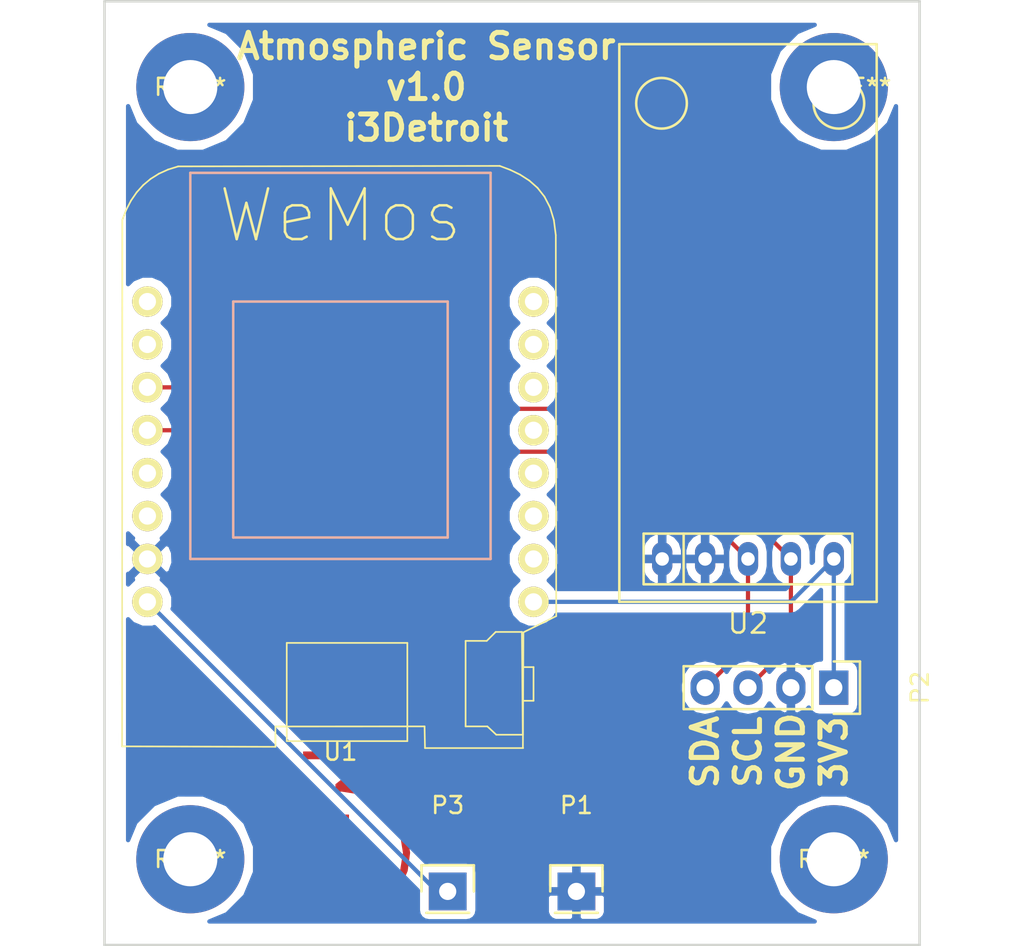
<source format=kicad_pcb>
(kicad_pcb (version 4) (host pcbnew 4.0.5+dfsg1-4)

  (general
    (links 11)
    (no_connects 0)
    (area 130.897143 55.804999 191.682858 115.141759)
    (thickness 1.6)
    (drawings 9)
    (tracks 20)
    (zones 0)
    (modules 10)
    (nets 6)
  )

  (page A4)
  (layers
    (0 F.Cu signal)
    (31 B.Cu signal)
    (32 B.Adhes user)
    (33 F.Adhes user)
    (34 B.Paste user)
    (35 F.Paste user)
    (36 B.SilkS user)
    (37 F.SilkS user)
    (38 B.Mask user)
    (39 F.Mask user)
    (40 Dwgs.User user)
    (41 Cmts.User user)
    (42 Eco1.User user)
    (43 Eco2.User user)
    (44 Edge.Cuts user)
    (45 Margin user)
    (46 B.CrtYd user)
    (47 F.CrtYd user)
    (48 B.Fab user)
    (49 F.Fab user)
  )

  (setup
    (last_trace_width 0.25)
    (trace_clearance 0.2)
    (zone_clearance 0.508)
    (zone_45_only no)
    (trace_min 0.2)
    (segment_width 0.2)
    (edge_width 0.15)
    (via_size 0.6)
    (via_drill 0.4)
    (via_min_size 0.4)
    (via_min_drill 0.3)
    (uvia_size 0.3)
    (uvia_drill 0.1)
    (uvias_allowed no)
    (uvia_min_size 0.2)
    (uvia_min_drill 0.1)
    (pcb_text_width 0.3)
    (pcb_text_size 1.5 1.5)
    (mod_edge_width 0.15)
    (mod_text_size 1 1)
    (mod_text_width 0.15)
    (pad_size 1.2 2)
    (pad_drill 0.8)
    (pad_to_mask_clearance 0.2)
    (aux_axis_origin 0 0)
    (visible_elements FFFFFF7F)
    (pcbplotparams
      (layerselection 0x010f0_80000001)
      (usegerberextensions true)
      (excludeedgelayer true)
      (linewidth 0.100000)
      (plotframeref false)
      (viasonmask false)
      (mode 1)
      (useauxorigin false)
      (hpglpennumber 1)
      (hpglpenspeed 20)
      (hpglpendiameter 15)
      (hpglpenoverlay 2)
      (psnegative false)
      (psa4output false)
      (plotreference true)
      (plotvalue true)
      (plotinvisibletext false)
      (padsonsilk false)
      (subtractmaskfromsilk false)
      (outputformat 1)
      (mirror false)
      (drillshape 0)
      (scaleselection 1)
      (outputdirectory gerber))
  )

  (net 0 "")
  (net 1 +3V3)
  (net 2 GND)
  (net 3 /SCL)
  (net 4 /SDA)
  (net 5 +5V)

  (net_class Default "This is the default net class."
    (clearance 0.2)
    (trace_width 0.25)
    (via_dia 0.6)
    (via_drill 0.4)
    (uvia_dia 0.3)
    (uvia_drill 0.1)
    (add_net +3V3)
    (add_net +5V)
    (add_net /SCL)
    (add_net /SDA)
    (add_net GND)
  )

  (module mine:BHT1750 (layer F.Cu) (tedit 5B15CE40) (tstamp 5B1606DE)
    (at 167.64 58.42)
    (tags "lux sensor, bht1750")
    (path /5B15D0A1)
    (fp_text reference U2 (at 7.62 34.29) (layer F.SilkS)
      (effects (font (size 1.2 1.2) (thickness 0.15)))
    )
    (fp_text value BHT1750 (at 7.62 16.51) (layer F.Fab)
      (effects (font (size 1.2 1.2) (thickness 0.15)))
    )
    (fp_circle (center 13 3.5) (end 13 2) (layer F.SilkS) (width 0.15))
    (fp_circle (center 2.5 3.5) (end 2.5 2) (layer F.SilkS) (width 0.15))
    (fp_line (start 0 0) (end 15.24 0) (layer F.SilkS) (width 0.15))
    (fp_line (start 15.24 0) (end 15.24 33.02) (layer F.SilkS) (width 0.15))
    (fp_line (start 15.24 33.02) (end 0 33.02) (layer F.SilkS) (width 0.15))
    (fp_line (start 0 33.02) (end 0 0) (layer F.SilkS) (width 0.15))
    (fp_line (start 1.44 28.98) (end 13.8 28.98) (layer F.SilkS) (width 0.15))
    (fp_line (start 13.8 28.98) (end 13.8 31.98) (layer F.SilkS) (width 0.15))
    (fp_line (start 13.8 31.98) (end 1.44 31.98) (layer F.SilkS) (width 0.15))
    (fp_line (start 1.44 31.98) (end 1.44 28.98) (layer F.SilkS) (width 0.15))
    (fp_line (start 3.81 28.98) (end 3.81 31.98) (layer F.SilkS) (width 0.15))
    (pad 1 thru_hole oval (at 2.54 30.48) (size 1.2 2) (drill 0.8) (layers *.Cu *.Mask)
      (net 2 GND))
    (pad 2 thru_hole oval (at 5.08 30.48) (size 1.2 2) (drill 0.8) (layers *.Cu *.Mask)
      (net 2 GND))
    (pad 3 thru_hole oval (at 7.62 30.48) (size 1.2 2) (drill 0.8) (layers *.Cu *.Mask)
      (net 4 /SDA))
    (pad 4 thru_hole oval (at 10.16 30.48) (size 1.2 2) (drill 0.8) (layers *.Cu *.Mask)
      (net 3 /SCL))
    (pad 5 thru_hole oval (at 12.7 30.48) (size 1.2 2) (drill 0.8) (layers *.Cu *.Mask)
      (net 1 +3V3))
  )

  (module wemos_d1_mini:D1_mini_board (layer F.Cu) (tedit 5B173ADC) (tstamp 5B15C3EB)
    (at 151.13 83.82)
    (path /5B15C0FC)
    (fp_text reference U1 (at 0 16.51) (layer F.SilkS)
      (effects (font (size 1 1) (thickness 0.15)))
    )
    (fp_text value WeMos_mini (at 1.27 -19.05) (layer F.Fab)
      (effects (font (size 1 1) (thickness 0.15)))
    )
    (fp_text user WeMos (at 0 -15.24) (layer F.SilkS)
      (effects (font (size 3 3) (thickness 0.15)))
    )
    (fp_line (start -6.35 3.81) (end -6.35 -10.16) (layer B.SilkS) (width 0.15))
    (fp_line (start -6.35 -10.16) (end 6.35 -10.16) (layer B.SilkS) (width 0.15))
    (fp_line (start 6.35 -10.16) (end 6.35 3.81) (layer B.SilkS) (width 0.15))
    (fp_line (start 6.35 3.81) (end -6.35 3.81) (layer B.SilkS) (width 0.15))
    (fp_line (start -8.89 5.08) (end 8.89 5.08) (layer B.SilkS) (width 0.15))
    (fp_line (start 8.89 5.08) (end 8.89 -17.78) (layer B.SilkS) (width 0.15))
    (fp_line (start 8.89 -17.78) (end -8.89 -17.78) (layer B.SilkS) (width 0.15))
    (fp_line (start -8.89 -17.78) (end -8.89 5.08) (layer B.SilkS) (width 0.15))
    (fp_line (start 10.817472 16.277228) (end 5.00618 16.277228) (layer F.SilkS) (width 0.1))
    (fp_line (start 5.00618 16.277228) (end 4.979849 14.993795) (layer F.SilkS) (width 0.1))
    (fp_line (start 4.979849 14.993795) (end -3.851373 15.000483) (layer F.SilkS) (width 0.1))
    (fp_line (start -3.851373 15.000483) (end -3.849397 16.202736) (layer F.SilkS) (width 0.1))
    (fp_line (start -3.849397 16.202736) (end -12.930193 16.176658) (layer F.SilkS) (width 0.1))
    (fp_line (start -12.930193 16.176658) (end -12.916195 -14.993493) (layer F.SilkS) (width 0.1))
    (fp_line (start -12.916195 -14.993493) (end -12.683384 -15.596286) (layer F.SilkS) (width 0.1))
    (fp_line (start -12.683384 -15.596286) (end -12.399901 -16.141167) (layer F.SilkS) (width 0.1))
    (fp_line (start -12.399901 -16.141167) (end -12.065253 -16.627577) (layer F.SilkS) (width 0.1))
    (fp_line (start -12.065253 -16.627577) (end -11.678953 -17.054952) (layer F.SilkS) (width 0.1))
    (fp_line (start -11.678953 -17.054952) (end -11.240512 -17.422741) (layer F.SilkS) (width 0.1))
    (fp_line (start -11.240512 -17.422741) (end -10.74944 -17.730377) (layer F.SilkS) (width 0.1))
    (fp_line (start -10.74944 -17.730377) (end -10.20525 -17.97731) (layer F.SilkS) (width 0.1))
    (fp_line (start -10.20525 -17.97731) (end -9.607453 -18.162976) (layer F.SilkS) (width 0.1))
    (fp_line (start -9.607453 -18.162976) (end 9.43046 -18.191734) (layer F.SilkS) (width 0.1))
    (fp_line (start 9.43046 -18.191734) (end 10.049824 -17.957741) (layer F.SilkS) (width 0.1))
    (fp_line (start 10.049824 -17.957741) (end 10.638018 -17.673258) (layer F.SilkS) (width 0.1))
    (fp_line (start 10.638018 -17.673258) (end 11.181445 -17.323743) (layer F.SilkS) (width 0.1))
    (fp_line (start 11.181445 -17.323743) (end 11.666503 -16.894658) (layer F.SilkS) (width 0.1))
    (fp_line (start 11.666503 -16.894658) (end 12.079595 -16.37146) (layer F.SilkS) (width 0.1))
    (fp_line (start 12.079595 -16.37146) (end 12.407122 -15.739613) (layer F.SilkS) (width 0.1))
    (fp_line (start 12.407122 -15.739613) (end 12.635482 -14.984575) (layer F.SilkS) (width 0.1))
    (fp_line (start 12.635482 -14.984575) (end 12.751078 -14.091807) (layer F.SilkS) (width 0.1))
    (fp_line (start 12.751078 -14.091807) (end 12.776026 8.463285) (layer F.SilkS) (width 0.1))
    (fp_line (start 12.776026 8.463285) (end 10.83248 9.424181) (layer F.SilkS) (width 0.1))
    (fp_line (start 10.83248 9.424181) (end 10.802686 16.232524) (layer F.SilkS) (width 0.1))
    (fp_line (start -3.17965 10.051451) (end 3.959931 10.051451) (layer F.SilkS) (width 0.1))
    (fp_line (start 3.959931 10.051451) (end 3.959931 15.865188) (layer F.SilkS) (width 0.1))
    (fp_line (start 3.959931 15.865188) (end -3.17965 15.865188) (layer F.SilkS) (width 0.1))
    (fp_line (start -3.17965 15.865188) (end -3.17965 10.051451) (layer F.SilkS) (width 0.1))
    (fp_line (start 10.7436 9.402349) (end 9.191378 9.402349) (layer F.SilkS) (width 0.1))
    (fp_line (start 9.191378 9.402349) (end 8.662211 9.931515) (layer F.SilkS) (width 0.1))
    (fp_line (start 8.662211 9.931515) (end 7.40985 9.931515) (layer F.SilkS) (width 0.1))
    (fp_line (start 7.40985 9.931515) (end 7.40985 14.993876) (layer F.SilkS) (width 0.1))
    (fp_line (start 7.40985 14.993876) (end 8.697489 14.993876) (layer F.SilkS) (width 0.1))
    (fp_line (start 8.697489 14.993876) (end 9.226656 15.487765) (layer F.SilkS) (width 0.1))
    (fp_line (start 9.226656 15.487765) (end 10.796517 15.487765) (layer F.SilkS) (width 0.1))
    (fp_line (start 10.796517 15.487765) (end 10.7436 9.402349) (layer F.SilkS) (width 0.1))
    (fp_line (start 10.778878 11.483738) (end 11.431517 11.483738) (layer F.SilkS) (width 0.1))
    (fp_line (start 11.431517 11.483738) (end 11.431517 13.476932) (layer F.SilkS) (width 0.1))
    (fp_line (start 11.431517 13.476932) (end 10.814156 13.476932) (layer F.SilkS) (width 0.1))
    (pad 8 thru_hole circle (at -11.43 -10.16) (size 1.8 1.8) (drill 1.016) (layers *.Cu *.Mask F.SilkS))
    (pad 7 thru_hole circle (at -11.43 -7.62) (size 1.8 1.8) (drill 1.016) (layers *.Cu *.Mask F.SilkS))
    (pad 6 thru_hole circle (at -11.43 -5.08) (size 1.8 1.8) (drill 1.016) (layers *.Cu *.Mask F.SilkS)
      (net 3 /SCL))
    (pad 5 thru_hole circle (at -11.43 -2.54) (size 1.8 1.8) (drill 1.016) (layers *.Cu *.Mask F.SilkS)
      (net 4 /SDA))
    (pad 4 thru_hole circle (at -11.43 0) (size 1.8 1.8) (drill 1.016) (layers *.Cu *.Mask F.SilkS))
    (pad 3 thru_hole circle (at -11.43 2.54) (size 1.8 1.8) (drill 1.016) (layers *.Cu *.Mask F.SilkS))
    (pad 2 thru_hole circle (at -11.43 5.08) (size 1.8 1.8) (drill 1.016) (layers *.Cu *.Mask F.SilkS)
      (net 2 GND))
    (pad 1 thru_hole circle (at -11.43 7.62) (size 1.8 1.8) (drill 1.016) (layers *.Cu *.Mask F.SilkS)
      (net 5 +5V))
    (pad 16 thru_hole circle (at 11.43 7.62) (size 1.8 1.8) (drill 1.016) (layers *.Cu *.Mask F.SilkS)
      (net 1 +3V3))
    (pad 15 thru_hole circle (at 11.43 5.08) (size 1.8 1.8) (drill 1.016) (layers *.Cu *.Mask F.SilkS))
    (pad 14 thru_hole circle (at 11.43 2.54) (size 1.8 1.8) (drill 1.016) (layers *.Cu *.Mask F.SilkS))
    (pad 13 thru_hole circle (at 11.43 0) (size 1.8 1.8) (drill 1.016) (layers *.Cu *.Mask F.SilkS))
    (pad 12 thru_hole circle (at 11.43 -2.54) (size 1.8 1.8) (drill 1.016) (layers *.Cu *.Mask F.SilkS))
    (pad 11 thru_hole circle (at 11.43 -5.08) (size 1.8 1.8) (drill 1.016) (layers *.Cu *.Mask F.SilkS))
    (pad 10 thru_hole circle (at 11.43 -7.62) (size 1.8 1.8) (drill 1.016) (layers *.Cu *.Mask F.SilkS))
    (pad 9 thru_hole circle (at 11.43 -10.16) (size 1.8 1.8) (drill 1.016) (layers *.Cu *.Mask F.SilkS))
  )

  (module i3Logo:i3Logo1cm (layer F.Cu) (tedit 5B15B3E0) (tstamp 5B15F543)
    (at 151.13 105.41)
    (descr "i3Detroit Logo 1cm")
    (tags "i3Detroit, logo, i3, 1cm")
    (attr smd)
    (fp_text reference i3Detroit (at 0 -8.160159) (layer F.SilkS) hide
      (effects (font (thickness 0.3048)))
    )
    (fp_text value "" (at 0 8.160159) (layer F.SilkS) hide
      (effects (font (thickness 0.3048)))
    )
    (fp_poly (pts (xy -2.247496 -5.052091) (xy -2.247496 -4.47728) (xy -1.075307 -4.474527) (xy 0.096883 -4.471756)
      (xy 1.269073 -4.468985) (xy 0.447265 -3.809361) (xy -0.374513 -3.149701) (xy -0.376511 -2.571084)
      (xy 0.837806 -2.51558) (xy 1.958298 -2.044616) (xy 2.849369 -1.214663) (xy 3.373094 -0.198348)
      (xy 3.540307 0.932525) (xy 3.330355 2.055846) (xy 2.769983 3.039841) (xy 1.925206 3.793518)
      (xy 0.88212 4.233339) (xy -0.230167 4.312784) (xy -1.309376 4.03888) (xy -2.244642 3.434329)
      (xy -2.917583 2.604292) (xy -3.307128 1.610451) (xy -3.372893 0.545152) (xy -3.020773 -0.685004)
      (xy -2.245767 -1.707066) (xy -2.672228 -2.103078) (xy -3.321878 -1.330878) (xy -3.757332 -0.420997)
      (xy -3.95896 0.567447) (xy -3.907131 1.575336) (xy -3.605552 2.539728) (xy -3.073359 3.398285)
      (xy -2.349102 4.102251) (xy -1.471333 4.60287) (xy -0.518105 4.864536) (xy 0.470045 4.887787)
      (xy 1.43493 4.6759) (xy 2.318368 4.232151) (xy 3.055471 3.599819) (xy 3.620773 2.810352)
      (xy 3.985762 1.911102) (xy 4.121921 0.949424) (xy 3.952719 -0.292124) (xy 3.413737 -1.423106)
      (xy 2.553953 -2.334371) (xy 1.671938 -2.854122) (xy 0.687778 -3.135479) (xy 1.55293 -3.827599)
      (xy 2.418061 -4.519743) (xy 2.418061 -5.093112) (xy 1.251673 -5.093112) (xy 0.085285 -5.093112)
      (xy -1.081102 -5.093112) (xy -2.247489 -5.093112) (xy -2.247489 -5.0726) (xy -2.247496 -5.052091)) (layer F.Mask) (width 0))
    (fp_poly (pts (xy -0.37622 -1.412988) (xy -0.37622 -0.536988) (xy 0.585628 -0.536988) (xy 0.585628 -1.45469)
      (xy -0.37622 -1.45469) (xy -0.37622 -1.433839) (xy -0.37622 -1.412988)) (layer F.Mask) (width 0))
    (fp_poly (pts (xy -0.37622 -0.31756) (xy -0.37622 0.863716) (xy -0.37622 2.044992) (xy -0.37622 3.226268)
      (xy 0.585628 3.226268) (xy 0.585628 2.031091) (xy 0.585628 0.835914) (xy 0.585628 -0.359263)
      (xy -0.37622 -0.359263) (xy -0.37622 -0.338412) (xy -0.37622 -0.31756)) (layer F.Mask) (width 0))
    (fp_poly (pts (xy 0.496374 -3.138343) (xy 2.386765 -4.650655) (xy 2.386765 -5.112159) (xy -2.210524 -5.112159)
      (xy -2.210524 -4.650655) (xy 1.534757 -4.64178) (xy -0.297839 -3.170932) (xy -0.299402 -2.713617)
      (xy 0.079244 -2.733639) (xy 1.223783 -2.54904) (xy 2.217793 -2.035) (xy 3.001636 -1.251157)
      (xy 3.515676 -0.257147) (xy 3.700275 0.887392) (xy 3.515676 2.03193) (xy 3.001636 3.02594)
      (xy 2.217793 3.809783) (xy 1.223783 4.323823) (xy 0.079244 4.508422) (xy -1.065294 4.323823)
      (xy -2.059304 3.809783) (xy -2.843147 3.02594) (xy -3.357187 2.03193) (xy -3.541786 0.887392)
      (xy -3.403727 -0.105494) (xy -3.015162 -0.992762) (xy -2.41451 -1.73672) (xy -2.727125 -2.027041)
      (xy -3.388508 -1.198711) (xy -3.816 -0.213533) (xy -3.967789 0.887392) (xy -3.823224 1.963248)
      (xy -3.415247 2.93) (xy -2.782434 3.749071) (xy -1.963363 4.381883) (xy -0.996611 4.789861)
      (xy 0.079245 4.934426) (xy 1.155101 4.789861) (xy 2.121853 4.381883) (xy 2.940924 3.749071)
      (xy 3.573737 2.93) (xy 3.981714 1.963248) (xy 4.126279 0.887392) (xy 3.944526 -0.315486)
      (xy 3.435824 -1.37432) (xy 2.655008 -2.234288) (xy 1.656913 -2.84057) (xy 0.496374 -3.138343)) (layer F.Cu) (width 0))
    (fp_poly (pts (xy -0.293508 -1.375824) (xy 0.505249 -1.375824) (xy 0.505249 -0.621442) (xy -0.293508 -0.621442)
      (xy -0.293508 -1.375824)) (layer F.Cu) (width 0))
    (fp_poly (pts (xy -0.293508 -0.275314) (xy 0.505249 -0.275314) (xy 0.505249 3.15934) (xy -0.293508 3.15934)
      (xy -0.293508 -0.275314)) (layer F.Cu) (width 0))
  )

  (module Mounting_Holes:MountingHole_3.2mm_M3_Pad (layer F.Cu) (tedit 5B16F412) (tstamp 5B1BAB5D)
    (at 142.24 106.68)
    (descr "Mounting Hole 3.2mm, M3")
    (tags "mounting hole 3.2mm m3")
    (fp_text reference REF** (at 0 0) (layer F.SilkS)
      (effects (font (size 1 1) (thickness 0.15)))
    )
    (fp_text value MountingHole_3.2mm_M3_Pad (at 0 4.2) (layer F.Fab)
      (effects (font (size 1 1) (thickness 0.15)))
    )
    (fp_circle (center 0 0) (end 3.2 0) (layer Cmts.User) (width 0.15))
    (fp_circle (center 0 0) (end 3.45 0) (layer F.CrtYd) (width 0.05))
    (pad 1 thru_hole circle (at 0 0) (size 6.4 6.4) (drill 3.2) (layers *.Cu *.Mask))
  )

  (module Mounting_Holes:MountingHole_3.2mm_M3_Pad (layer F.Cu) (tedit 5B16F417) (tstamp 5B1BAB57)
    (at 180.34 106.68)
    (descr "Mounting Hole 3.2mm, M3")
    (tags "mounting hole 3.2mm m3")
    (fp_text reference REF** (at 0 0) (layer F.SilkS)
      (effects (font (size 1 1) (thickness 0.15)))
    )
    (fp_text value MountingHole_3.2mm_M3_Pad (at 0 4.2) (layer F.Fab)
      (effects (font (size 1 1) (thickness 0.15)))
    )
    (fp_circle (center 0 0) (end 3.2 0) (layer Cmts.User) (width 0.15))
    (fp_circle (center 0 0) (end 3.45 0) (layer F.CrtYd) (width 0.05))
    (pad 1 thru_hole circle (at 0 0) (size 6.4 6.4) (drill 3.2) (layers *.Cu *.Mask))
  )

  (module Mounting_Holes:MountingHole_3.2mm_M3_Pad (layer F.Cu) (tedit 5B16F40C) (tstamp 5B1BAB51)
    (at 180.34 60.96)
    (descr "Mounting Hole 3.2mm, M3")
    (tags "mounting hole 3.2mm m3")
    (fp_text reference REF** (at 1.27 0) (layer F.SilkS)
      (effects (font (size 1 1) (thickness 0.15)))
    )
    (fp_text value MountingHole_3.2mm_M3_Pad (at 0 4.2) (layer F.Fab)
      (effects (font (size 1 1) (thickness 0.15)))
    )
    (fp_circle (center 0 0) (end 3.2 0) (layer Cmts.User) (width 0.15))
    (fp_circle (center 0 0) (end 3.45 0) (layer F.CrtYd) (width 0.05))
    (pad 1 thru_hole circle (at 0 0) (size 6.4 6.4) (drill 3.2) (layers *.Cu *.Mask))
  )

  (module Pin_Headers:Pin_Header_Straight_1x04 (layer F.Cu) (tedit 0) (tstamp 5B15C3D7)
    (at 180.34 96.52 270)
    (descr "Through hole pin header")
    (tags "pin header")
    (path /5B15C17B)
    (fp_text reference P2 (at 0 -5.1 270) (layer F.SilkS)
      (effects (font (size 1 1) (thickness 0.15)))
    )
    (fp_text value bme280 (at 0 -3.1 270) (layer F.Fab)
      (effects (font (size 1 1) (thickness 0.15)))
    )
    (fp_line (start -1.75 -1.75) (end -1.75 9.4) (layer F.CrtYd) (width 0.05))
    (fp_line (start 1.75 -1.75) (end 1.75 9.4) (layer F.CrtYd) (width 0.05))
    (fp_line (start -1.75 -1.75) (end 1.75 -1.75) (layer F.CrtYd) (width 0.05))
    (fp_line (start -1.75 9.4) (end 1.75 9.4) (layer F.CrtYd) (width 0.05))
    (fp_line (start -1.27 1.27) (end -1.27 8.89) (layer F.SilkS) (width 0.15))
    (fp_line (start 1.27 1.27) (end 1.27 8.89) (layer F.SilkS) (width 0.15))
    (fp_line (start 1.55 -1.55) (end 1.55 0) (layer F.SilkS) (width 0.15))
    (fp_line (start -1.27 8.89) (end 1.27 8.89) (layer F.SilkS) (width 0.15))
    (fp_line (start 1.27 1.27) (end -1.27 1.27) (layer F.SilkS) (width 0.15))
    (fp_line (start -1.55 0) (end -1.55 -1.55) (layer F.SilkS) (width 0.15))
    (fp_line (start -1.55 -1.55) (end 1.55 -1.55) (layer F.SilkS) (width 0.15))
    (pad 1 thru_hole rect (at 0 0 270) (size 2.032 1.7272) (drill 1.016) (layers *.Cu *.Mask)
      (net 1 +3V3))
    (pad 2 thru_hole oval (at 0 2.54 270) (size 2.032 1.7272) (drill 1.016) (layers *.Cu *.Mask)
      (net 2 GND))
    (pad 3 thru_hole oval (at 0 5.08 270) (size 2.032 1.7272) (drill 1.016) (layers *.Cu *.Mask)
      (net 3 /SCL))
    (pad 4 thru_hole oval (at 0 7.62 270) (size 2.032 1.7272) (drill 1.016) (layers *.Cu *.Mask)
      (net 4 /SDA))
    (model Pin_Headers.3dshapes/Pin_Header_Straight_1x04.wrl
      (at (xyz 0 -0.15 0))
      (scale (xyz 1 1 1))
      (rotate (xyz 0 0 90))
    )
  )

  (module Mounting_Holes:MountingHole_3.2mm_M3_Pad (layer F.Cu) (tedit 5B16F40F) (tstamp 5B16080F)
    (at 142.24 60.96)
    (descr "Mounting Hole 3.2mm, M3")
    (tags "mounting hole 3.2mm m3")
    (fp_text reference REF** (at 0 0) (layer F.SilkS)
      (effects (font (size 1 1) (thickness 0.15)))
    )
    (fp_text value MountingHole_3.2mm_M3_Pad (at 0 4.2) (layer F.Fab)
      (effects (font (size 1 1) (thickness 0.15)))
    )
    (fp_circle (center 0 0) (end 3.2 0) (layer Cmts.User) (width 0.15))
    (fp_circle (center 0 0) (end 3.45 0) (layer F.CrtYd) (width 0.05))
    (pad 1 thru_hole circle (at 0 0) (size 6.4 6.4) (drill 3.2) (layers *.Cu *.Mask))
  )

  (module Pin_Headers:Pin_Header_Straight_1x01 (layer F.Cu) (tedit 54EA08DC) (tstamp 5B1992AB)
    (at 165.1 108.585)
    (descr "Through hole pin header")
    (tags "pin header")
    (path /5B194F4D)
    (fp_text reference P1 (at 0 -5.1) (layer F.SilkS)
      (effects (font (size 1 1) (thickness 0.15)))
    )
    (fp_text value CONN_01X01 (at 0 -3.1) (layer F.Fab)
      (effects (font (size 1 1) (thickness 0.15)))
    )
    (fp_line (start 1.55 -1.55) (end 1.55 0) (layer F.SilkS) (width 0.15))
    (fp_line (start -1.75 -1.75) (end -1.75 1.75) (layer F.CrtYd) (width 0.05))
    (fp_line (start 1.75 -1.75) (end 1.75 1.75) (layer F.CrtYd) (width 0.05))
    (fp_line (start -1.75 -1.75) (end 1.75 -1.75) (layer F.CrtYd) (width 0.05))
    (fp_line (start -1.75 1.75) (end 1.75 1.75) (layer F.CrtYd) (width 0.05))
    (fp_line (start -1.55 0) (end -1.55 -1.55) (layer F.SilkS) (width 0.15))
    (fp_line (start -1.55 -1.55) (end 1.55 -1.55) (layer F.SilkS) (width 0.15))
    (fp_line (start -1.27 1.27) (end 1.27 1.27) (layer F.SilkS) (width 0.15))
    (pad 1 thru_hole rect (at 0 0) (size 2.2352 2.2352) (drill 1.016) (layers *.Cu *.Mask)
      (net 2 GND))
    (model Pin_Headers.3dshapes/Pin_Header_Straight_1x01.wrl
      (at (xyz 0 0 0))
      (scale (xyz 1 1 1))
      (rotate (xyz 0 0 90))
    )
  )

  (module Pin_Headers:Pin_Header_Straight_1x01 (layer F.Cu) (tedit 54EA08DC) (tstamp 5B1992B0)
    (at 157.48 108.585)
    (descr "Through hole pin header")
    (tags "pin header")
    (path /5B194EBB)
    (fp_text reference P3 (at 0 -5.1) (layer F.SilkS)
      (effects (font (size 1 1) (thickness 0.15)))
    )
    (fp_text value CONN_01X01 (at 0 -3.1) (layer F.Fab)
      (effects (font (size 1 1) (thickness 0.15)))
    )
    (fp_line (start 1.55 -1.55) (end 1.55 0) (layer F.SilkS) (width 0.15))
    (fp_line (start -1.75 -1.75) (end -1.75 1.75) (layer F.CrtYd) (width 0.05))
    (fp_line (start 1.75 -1.75) (end 1.75 1.75) (layer F.CrtYd) (width 0.05))
    (fp_line (start -1.75 -1.75) (end 1.75 -1.75) (layer F.CrtYd) (width 0.05))
    (fp_line (start -1.75 1.75) (end 1.75 1.75) (layer F.CrtYd) (width 0.05))
    (fp_line (start -1.55 0) (end -1.55 -1.55) (layer F.SilkS) (width 0.15))
    (fp_line (start -1.55 -1.55) (end 1.55 -1.55) (layer F.SilkS) (width 0.15))
    (fp_line (start -1.27 1.27) (end 1.27 1.27) (layer F.SilkS) (width 0.15))
    (pad 1 thru_hole rect (at 0 0) (size 2.2352 2.2352) (drill 1.016) (layers *.Cu *.Mask)
      (net 5 +5V))
    (model Pin_Headers.3dshapes/Pin_Header_Straight_1x01.wrl
      (at (xyz 0 0 0))
      (scale (xyz 1 1 1))
      (rotate (xyz 0 0 90))
    )
  )

  (gr_text SDA (at 172.72 100.33 90) (layer F.SilkS)
    (effects (font (size 1.5 1.5) (thickness 0.3)))
  )
  (gr_text SCL (at 175.26 100.33 90) (layer F.SilkS)
    (effects (font (size 1.5 1.5) (thickness 0.3)))
  )
  (gr_text GND (at 177.8 100.33 90) (layer F.SilkS)
    (effects (font (size 1.5 1.5) (thickness 0.3)))
  )
  (gr_text 3V3 (at 180.34 100.33 90) (layer F.SilkS)
    (effects (font (size 1.5 1.5) (thickness 0.3)))
  )
  (gr_text "Atmospheric Sensor\nv1.0\ni3Detroit" (at 156.21 60.96) (layer F.SilkS)
    (effects (font (size 1.5 1.5) (thickness 0.3)))
  )
  (gr_line (start 137.16 111.76) (end 137.16 55.88) (angle 90) (layer Edge.Cuts) (width 0.15))
  (gr_line (start 185.42 111.76) (end 137.16 111.76) (angle 90) (layer Edge.Cuts) (width 0.15))
  (gr_line (start 185.42 55.88) (end 185.42 111.76) (angle 90) (layer Edge.Cuts) (width 0.15))
  (gr_line (start 137.16 55.88) (end 185.42 55.88) (angle 90) (layer Edge.Cuts) (width 0.15))

  (segment (start 162.56 91.44) (end 177.8 91.44) (width 0.25) (layer B.Cu) (net 1))
  (segment (start 177.8 91.44) (end 180.34 88.9) (width 0.25) (layer B.Cu) (net 1))
  (segment (start 180.34 96.52) (end 180.34 88.9) (width 0.25) (layer B.Cu) (net 1))
  (segment (start 161.29 80.01) (end 168.91 80.01) (width 0.25) (layer F.Cu) (net 3))
  (segment (start 168.91 80.01) (end 171.45 82.55) (width 0.25) (layer F.Cu) (net 3))
  (segment (start 160.02 78.74) (end 161.29 80.01) (width 0.25) (layer F.Cu) (net 3))
  (segment (start 139.7 78.74) (end 160.02 78.74) (width 0.25) (layer F.Cu) (net 3))
  (segment (start 177.8 88.9) (end 177.8 93.98) (width 0.25) (layer F.Cu) (net 3))
  (segment (start 177.8 93.98) (end 175.26 96.52) (width 0.25) (layer F.Cu) (net 3) (tstamp 5B173CEA))
  (segment (start 171.45 82.55) (end 177.8 88.9) (width 0.25) (layer F.Cu) (net 3) (tstamp 5B173CE4))
  (segment (start 139.7 81.28) (end 160.02 81.28) (width 0.25) (layer F.Cu) (net 4))
  (segment (start 160.02 81.28) (end 161.29 82.55) (width 0.25) (layer F.Cu) (net 4))
  (segment (start 170.18 83.82) (end 175.26 88.9) (width 0.25) (layer F.Cu) (net 4))
  (segment (start 161.29 82.55) (end 168.91 82.55) (width 0.25) (layer F.Cu) (net 4))
  (segment (start 168.91 82.55) (end 170.18 83.82) (width 0.25) (layer F.Cu) (net 4))
  (segment (start 175.26 88.9) (end 175.26 93.98) (width 0.25) (layer F.Cu) (net 4))
  (segment (start 175.26 93.98) (end 172.72 96.52) (width 0.25) (layer F.Cu) (net 4) (tstamp 5B173CEE))
  (segment (start 157.48 108.585) (end 156.845 108.585) (width 0.25) (layer B.Cu) (net 5))
  (segment (start 156.845 108.585) (end 154.94 106.68) (width 0.25) (layer B.Cu) (net 5) (tstamp 5B199320))
  (segment (start 154.94 106.68) (end 139.7 91.44) (width 0.25) (layer B.Cu) (net 5) (tstamp 5B1992F8))

  (zone (net 2) (net_name GND) (layer B.Cu) (tstamp 5B173CFF) (hatch edge 0.508)
    (connect_pads (clearance 0.508))
    (min_thickness 0.254)
    (fill yes (arc_segments 16) (thermal_gap 0.508) (thermal_bridge_width 0.508))
    (polygon
      (pts
        (xy 184.15 110.49) (xy 138.43 110.49) (xy 138.43 57.15) (xy 184.15 57.15)
      )
    )
    (filled_polygon
      (pts
        (xy 178.170485 57.70695) (xy 177.090741 58.784811) (xy 176.505667 60.193825) (xy 176.504336 61.719482) (xy 177.08695 63.129515)
        (xy 178.164811 64.209259) (xy 179.573825 64.794333) (xy 181.099482 64.795664) (xy 182.509515 64.21305) (xy 183.589259 63.135189)
        (xy 184.023 62.090625) (xy 184.023 105.551043) (xy 183.59305 104.510485) (xy 182.515189 103.430741) (xy 181.106175 102.845667)
        (xy 179.580518 102.844336) (xy 178.170485 103.42695) (xy 177.090741 104.504811) (xy 176.505667 105.913825) (xy 176.504336 107.439482)
        (xy 177.08695 108.849515) (xy 178.164811 109.929259) (xy 179.209375 110.363) (xy 143.368957 110.363) (xy 144.409515 109.93305)
        (xy 145.489259 108.855189) (xy 146.074333 107.446175) (xy 146.075664 105.920518) (xy 145.49305 104.510485) (xy 144.415189 103.430741)
        (xy 143.006175 102.845667) (xy 141.480518 102.844336) (xy 140.070485 103.42695) (xy 138.990741 104.504811) (xy 138.557 105.549375)
        (xy 138.557 92.467717) (xy 138.829357 92.740551) (xy 139.39333 92.974733) (xy 140.003991 92.975265) (xy 140.114713 92.929515)
        (xy 155.71496 108.529762) (xy 155.71496 109.7026) (xy 155.759238 109.937917) (xy 155.89831 110.154041) (xy 156.11051 110.299031)
        (xy 156.3624 110.35004) (xy 158.5976 110.35004) (xy 158.832917 110.305762) (xy 159.049041 110.16669) (xy 159.194031 109.95449)
        (xy 159.24504 109.7026) (xy 159.24504 108.87075) (xy 163.3474 108.87075) (xy 163.3474 109.82891) (xy 163.444073 110.062299)
        (xy 163.622702 110.240927) (xy 163.856091 110.3376) (xy 164.81425 110.3376) (xy 164.973 110.17885) (xy 164.973 108.712)
        (xy 165.227 108.712) (xy 165.227 110.17885) (xy 165.38575 110.3376) (xy 166.343909 110.3376) (xy 166.577298 110.240927)
        (xy 166.755927 110.062299) (xy 166.8526 109.82891) (xy 166.8526 108.87075) (xy 166.69385 108.712) (xy 165.227 108.712)
        (xy 164.973 108.712) (xy 163.50615 108.712) (xy 163.3474 108.87075) (xy 159.24504 108.87075) (xy 159.24504 107.4674)
        (xy 159.221274 107.34109) (xy 163.3474 107.34109) (xy 163.3474 108.29925) (xy 163.50615 108.458) (xy 164.973 108.458)
        (xy 164.973 106.99115) (xy 165.227 106.99115) (xy 165.227 108.458) (xy 166.69385 108.458) (xy 166.8526 108.29925)
        (xy 166.8526 107.34109) (xy 166.755927 107.107701) (xy 166.577298 106.929073) (xy 166.343909 106.8324) (xy 165.38575 106.8324)
        (xy 165.227 106.99115) (xy 164.973 106.99115) (xy 164.81425 106.8324) (xy 163.856091 106.8324) (xy 163.622702 106.929073)
        (xy 163.444073 107.107701) (xy 163.3474 107.34109) (xy 159.221274 107.34109) (xy 159.200762 107.232083) (xy 159.06169 107.015959)
        (xy 158.84949 106.870969) (xy 158.5976 106.81996) (xy 156.3624 106.81996) (xy 156.187645 106.852843) (xy 145.670057 96.335255)
        (xy 171.2214 96.335255) (xy 171.2214 96.704745) (xy 171.335474 97.278234) (xy 171.66033 97.764415) (xy 172.146511 98.089271)
        (xy 172.72 98.203345) (xy 173.293489 98.089271) (xy 173.77967 97.764415) (xy 173.99 97.449634) (xy 174.20033 97.764415)
        (xy 174.686511 98.089271) (xy 175.26 98.203345) (xy 175.833489 98.089271) (xy 176.31967 97.764415) (xy 176.526461 97.454931)
        (xy 176.897964 97.870732) (xy 177.425209 98.124709) (xy 177.440974 98.127358) (xy 177.673 98.006217) (xy 177.673 96.647)
        (xy 177.653 96.647) (xy 177.653 96.393) (xy 177.673 96.393) (xy 177.673 95.033783) (xy 177.440974 94.912642)
        (xy 177.425209 94.915291) (xy 176.897964 95.169268) (xy 176.526461 95.585069) (xy 176.31967 95.275585) (xy 175.833489 94.950729)
        (xy 175.26 94.836655) (xy 174.686511 94.950729) (xy 174.20033 95.275585) (xy 173.99 95.590366) (xy 173.77967 95.275585)
        (xy 173.293489 94.950729) (xy 172.72 94.836655) (xy 172.146511 94.950729) (xy 171.66033 95.275585) (xy 171.335474 95.761766)
        (xy 171.2214 96.335255) (xy 145.670057 96.335255) (xy 141.189766 91.854964) (xy 141.234733 91.74667) (xy 141.235265 91.136009)
        (xy 141.002068 90.571629) (xy 140.570643 90.139449) (xy 140.549806 90.130797) (xy 140.600554 89.980159) (xy 139.7 89.079605)
        (xy 138.799446 89.980159) (xy 138.850035 90.130327) (xy 138.831629 90.137932) (xy 138.557 90.412081) (xy 138.557 89.779384)
        (xy 138.619841 89.800554) (xy 139.520395 88.9) (xy 139.879605 88.9) (xy 140.780159 89.800554) (xy 141.036643 89.714148)
        (xy 141.246458 89.140664) (xy 141.220839 88.53054) (xy 141.036643 88.085852) (xy 140.780159 87.999446) (xy 139.879605 88.9)
        (xy 139.520395 88.9) (xy 138.619841 87.999446) (xy 138.557 88.020616) (xy 138.557 87.387717) (xy 138.829357 87.660551)
        (xy 138.850194 87.669203) (xy 138.799446 87.819841) (xy 139.7 88.720395) (xy 140.600554 87.819841) (xy 140.549965 87.669673)
        (xy 140.568371 87.662068) (xy 141.000551 87.230643) (xy 141.234733 86.66667) (xy 141.235265 86.056009) (xy 141.002068 85.491629)
        (xy 140.600818 85.089677) (xy 141.000551 84.690643) (xy 141.234733 84.12667) (xy 141.235265 83.516009) (xy 141.002068 82.951629)
        (xy 140.600818 82.549677) (xy 141.000551 82.150643) (xy 141.234733 81.58667) (xy 141.235265 80.976009) (xy 141.002068 80.411629)
        (xy 140.600818 80.009677) (xy 141.000551 79.610643) (xy 141.234733 79.04667) (xy 141.235265 78.436009) (xy 141.002068 77.871629)
        (xy 140.600818 77.469677) (xy 141.000551 77.070643) (xy 141.234733 76.50667) (xy 141.235265 75.896009) (xy 141.002068 75.331629)
        (xy 140.600818 74.929677) (xy 141.000551 74.530643) (xy 141.234733 73.96667) (xy 141.234735 73.963991) (xy 161.024735 73.963991)
        (xy 161.257932 74.528371) (xy 161.659182 74.930323) (xy 161.259449 75.329357) (xy 161.025267 75.89333) (xy 161.024735 76.503991)
        (xy 161.257932 77.068371) (xy 161.659182 77.470323) (xy 161.259449 77.869357) (xy 161.025267 78.43333) (xy 161.024735 79.043991)
        (xy 161.257932 79.608371) (xy 161.659182 80.010323) (xy 161.259449 80.409357) (xy 161.025267 80.97333) (xy 161.024735 81.583991)
        (xy 161.257932 82.148371) (xy 161.659182 82.550323) (xy 161.259449 82.949357) (xy 161.025267 83.51333) (xy 161.024735 84.123991)
        (xy 161.257932 84.688371) (xy 161.659182 85.090323) (xy 161.259449 85.489357) (xy 161.025267 86.05333) (xy 161.024735 86.663991)
        (xy 161.257932 87.228371) (xy 161.659182 87.630323) (xy 161.259449 88.029357) (xy 161.025267 88.59333) (xy 161.024735 89.203991)
        (xy 161.257932 89.768371) (xy 161.659182 90.170323) (xy 161.259449 90.569357) (xy 161.025267 91.13333) (xy 161.024735 91.743991)
        (xy 161.257932 92.308371) (xy 161.689357 92.740551) (xy 162.25333 92.974733) (xy 162.863991 92.975265) (xy 163.428371 92.742068)
        (xy 163.860551 92.310643) (xy 163.906494 92.2) (xy 177.8 92.2) (xy 178.090839 92.142148) (xy 178.337401 91.977401)
        (xy 179.58 90.734802) (xy 179.58 94.85656) (xy 179.4764 94.85656) (xy 179.241083 94.900838) (xy 179.024959 95.03991)
        (xy 178.879969 95.25211) (xy 178.860768 95.346927) (xy 178.702036 95.169268) (xy 178.174791 94.915291) (xy 178.159026 94.912642)
        (xy 177.927 95.033783) (xy 177.927 96.393) (xy 177.947 96.393) (xy 177.947 96.647) (xy 177.927 96.647)
        (xy 177.927 98.006217) (xy 178.159026 98.127358) (xy 178.174791 98.124709) (xy 178.702036 97.870732) (xy 178.858907 97.695155)
        (xy 178.873238 97.771317) (xy 179.01231 97.987441) (xy 179.22451 98.132431) (xy 179.4764 98.18344) (xy 181.2036 98.18344)
        (xy 181.438917 98.139162) (xy 181.655041 98.00009) (xy 181.800031 97.78789) (xy 181.85104 97.536) (xy 181.85104 95.504)
        (xy 181.806762 95.268683) (xy 181.66769 95.052559) (xy 181.45549 94.907569) (xy 181.2036 94.85656) (xy 181.1 94.85656)
        (xy 181.1 90.280998) (xy 181.213277 90.205309) (xy 181.480991 89.804646) (xy 181.575 89.332032) (xy 181.575 88.467968)
        (xy 181.480991 87.995354) (xy 181.213277 87.594691) (xy 180.812614 87.326977) (xy 180.34 87.232968) (xy 179.867386 87.326977)
        (xy 179.466723 87.594691) (xy 179.199009 87.995354) (xy 179.105 88.467968) (xy 179.105 89.060198) (xy 179.035 89.130198)
        (xy 179.035 88.467968) (xy 178.940991 87.995354) (xy 178.673277 87.594691) (xy 178.272614 87.326977) (xy 177.8 87.232968)
        (xy 177.327386 87.326977) (xy 176.926723 87.594691) (xy 176.659009 87.995354) (xy 176.565 88.467968) (xy 176.565 89.332032)
        (xy 176.659009 89.804646) (xy 176.926723 90.205309) (xy 177.327386 90.473023) (xy 177.631652 90.533546) (xy 177.485198 90.68)
        (xy 163.906846 90.68) (xy 163.862068 90.571629) (xy 163.460818 90.169677) (xy 163.860551 89.770643) (xy 164.094733 89.20667)
        (xy 164.094889 89.027) (xy 168.945 89.027) (xy 168.945 89.427) (xy 169.08761 89.889947) (xy 169.396526 90.26308)
        (xy 169.824719 90.489592) (xy 169.862391 90.493462) (xy 170.053 90.368731) (xy 170.053 89.027) (xy 170.307 89.027)
        (xy 170.307 90.368731) (xy 170.497609 90.493462) (xy 170.535281 90.489592) (xy 170.963474 90.26308) (xy 171.27239 89.889947)
        (xy 171.415 89.427) (xy 171.415 89.027) (xy 171.485 89.027) (xy 171.485 89.427) (xy 171.62761 89.889947)
        (xy 171.936526 90.26308) (xy 172.364719 90.489592) (xy 172.402391 90.493462) (xy 172.593 90.368731) (xy 172.593 89.027)
        (xy 172.847 89.027) (xy 172.847 90.368731) (xy 173.037609 90.493462) (xy 173.075281 90.489592) (xy 173.503474 90.26308)
        (xy 173.81239 89.889947) (xy 173.955 89.427) (xy 173.955 89.027) (xy 172.847 89.027) (xy 172.593 89.027)
        (xy 171.485 89.027) (xy 171.415 89.027) (xy 170.307 89.027) (xy 170.053 89.027) (xy 168.945 89.027)
        (xy 164.094889 89.027) (xy 164.095265 88.596009) (xy 164.00312 88.373) (xy 168.945 88.373) (xy 168.945 88.773)
        (xy 170.053 88.773) (xy 170.053 87.431269) (xy 170.307 87.431269) (xy 170.307 88.773) (xy 171.415 88.773)
        (xy 171.415 88.373) (xy 171.485 88.373) (xy 171.485 88.773) (xy 172.593 88.773) (xy 172.593 87.431269)
        (xy 172.847 87.431269) (xy 172.847 88.773) (xy 173.955 88.773) (xy 173.955 88.467968) (xy 174.025 88.467968)
        (xy 174.025 89.332032) (xy 174.119009 89.804646) (xy 174.386723 90.205309) (xy 174.787386 90.473023) (xy 175.26 90.567032)
        (xy 175.732614 90.473023) (xy 176.133277 90.205309) (xy 176.400991 89.804646) (xy 176.495 89.332032) (xy 176.495 88.467968)
        (xy 176.400991 87.995354) (xy 176.133277 87.594691) (xy 175.732614 87.326977) (xy 175.26 87.232968) (xy 174.787386 87.326977)
        (xy 174.386723 87.594691) (xy 174.119009 87.995354) (xy 174.025 88.467968) (xy 173.955 88.467968) (xy 173.955 88.373)
        (xy 173.81239 87.910053) (xy 173.503474 87.53692) (xy 173.075281 87.310408) (xy 173.037609 87.306538) (xy 172.847 87.431269)
        (xy 172.593 87.431269) (xy 172.402391 87.306538) (xy 172.364719 87.310408) (xy 171.936526 87.53692) (xy 171.62761 87.910053)
        (xy 171.485 88.373) (xy 171.415 88.373) (xy 171.27239 87.910053) (xy 170.963474 87.53692) (xy 170.535281 87.310408)
        (xy 170.497609 87.306538) (xy 170.307 87.431269) (xy 170.053 87.431269) (xy 169.862391 87.306538) (xy 169.824719 87.310408)
        (xy 169.396526 87.53692) (xy 169.08761 87.910053) (xy 168.945 88.373) (xy 164.00312 88.373) (xy 163.862068 88.031629)
        (xy 163.460818 87.629677) (xy 163.860551 87.230643) (xy 164.094733 86.66667) (xy 164.095265 86.056009) (xy 163.862068 85.491629)
        (xy 163.460818 85.089677) (xy 163.860551 84.690643) (xy 164.094733 84.12667) (xy 164.095265 83.516009) (xy 163.862068 82.951629)
        (xy 163.460818 82.549677) (xy 163.860551 82.150643) (xy 164.094733 81.58667) (xy 164.095265 80.976009) (xy 163.862068 80.411629)
        (xy 163.460818 80.009677) (xy 163.860551 79.610643) (xy 164.094733 79.04667) (xy 164.095265 78.436009) (xy 163.862068 77.871629)
        (xy 163.460818 77.469677) (xy 163.860551 77.070643) (xy 164.094733 76.50667) (xy 164.095265 75.896009) (xy 163.862068 75.331629)
        (xy 163.460818 74.929677) (xy 163.860551 74.530643) (xy 164.094733 73.96667) (xy 164.095265 73.356009) (xy 163.862068 72.791629)
        (xy 163.430643 72.359449) (xy 162.86667 72.125267) (xy 162.256009 72.124735) (xy 161.691629 72.357932) (xy 161.259449 72.789357)
        (xy 161.025267 73.35333) (xy 161.024735 73.963991) (xy 141.234735 73.963991) (xy 141.235265 73.356009) (xy 141.002068 72.791629)
        (xy 140.570643 72.359449) (xy 140.00667 72.125267) (xy 139.396009 72.124735) (xy 138.831629 72.357932) (xy 138.557 72.632081)
        (xy 138.557 62.088957) (xy 138.98695 63.129515) (xy 140.064811 64.209259) (xy 141.473825 64.794333) (xy 142.999482 64.795664)
        (xy 144.409515 64.21305) (xy 145.489259 63.135189) (xy 146.074333 61.726175) (xy 146.075664 60.200518) (xy 145.49305 58.790485)
        (xy 144.415189 57.710741) (xy 143.370625 57.277) (xy 179.211043 57.277)
      )
    )
  )
)

</source>
